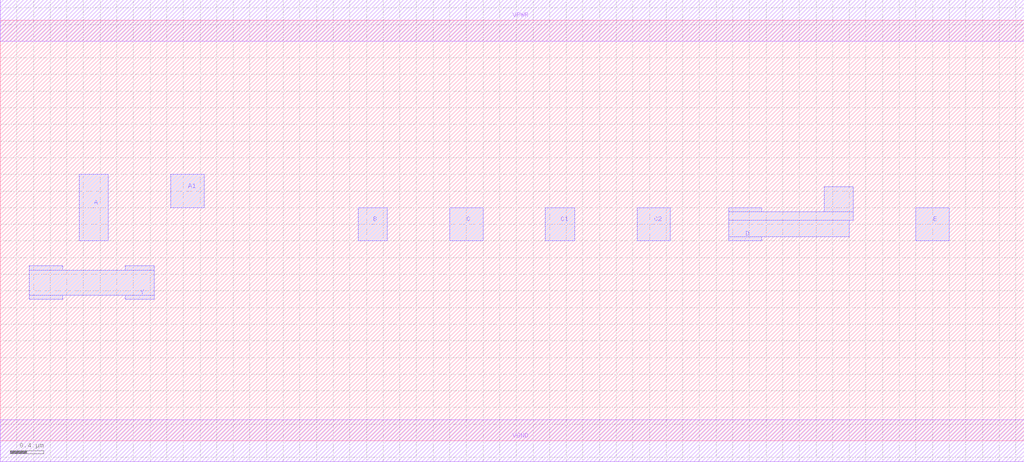
<source format=lef>
VERSION 5.7 ;
  NOWIREEXTENSIONATPIN ON ;
  DIVIDERCHAR "/" ;
  BUSBITCHARS "[]" ;
MACRO OAAOAOI21311
  CLASS CORE ;
  FOREIGN OAAOAOI21311 ;
  ORIGIN 0.000 0.000 ;
  SIZE 12.300 BY 5.050 ;
  SYMMETRY X Y R90 ;
  SITE unit ;
  PIN VPWR
    DIRECTION INOUT ;
    USE POWER ;
    SHAPE ABUTMENT ;
    PORT
      LAYER Metal1 ;
        RECT 0.000 4.800 12.300 5.300 ;
    END
  END VPWR
  PIN VGND
    DIRECTION INOUT ;
    USE GROUND ;
    SHAPE ABUTMENT ;
    PORT
      LAYER Metal1 ;
        RECT 0.000 -0.250 12.300 0.250 ;
    END
  END VGND
  PIN Y
    DIRECTION INOUT ;
    USE SIGNAL ;
    SHAPE ABUTMENT ;
    PORT
      LAYER Metal2 ;
        RECT 0.350 2.050 0.750 2.100 ;
        RECT 1.500 2.050 1.850 2.100 ;
        RECT 0.350 1.750 1.850 2.050 ;
        RECT 0.350 1.700 0.750 1.750 ;
        RECT 1.500 1.700 1.850 1.750 ;
    END
  END Y
  PIN B
    DIRECTION INOUT ;
    USE SIGNAL ;
    SHAPE ABUTMENT ;
    PORT
      LAYER Metal2 ;
        RECT 4.300 2.400 4.650 2.800 ;
    END
  END B
  PIN C1
    DIRECTION INOUT ;
    USE SIGNAL ;
    SHAPE ABUTMENT ;
    PORT
      LAYER Metal2 ;
        RECT 6.550 2.400 6.900 2.800 ;
    END
  END C1
  PIN D
    DIRECTION INOUT ;
    USE SIGNAL ;
    SHAPE ABUTMENT ;
    PORT
      LAYER Metal2 ;
        RECT 8.750 2.750 9.150 2.800 ;
        RECT 9.900 2.750 10.250 3.050 ;
        RECT 8.750 2.650 10.250 2.750 ;
        RECT 8.750 2.450 10.200 2.650 ;
        RECT 8.750 2.400 9.150 2.450 ;
    END
  END D
  PIN E
    DIRECTION INOUT ;
    USE SIGNAL ;
    SHAPE ABUTMENT ;
    PORT
      LAYER Metal2 ;
        RECT 11.000 2.400 11.400 2.800 ;
    END
  END E
  PIN A
    DIRECTION INOUT ;
    USE SIGNAL ;
    SHAPE ABUTMENT ;
    PORT
      LAYER Metal2 ;
        RECT 0.950 2.400 1.300 3.200 ;
    END
  END A
  PIN C2
    DIRECTION INOUT ;
    USE SIGNAL ;
    SHAPE ABUTMENT ;
    PORT
      LAYER Metal2 ;
        RECT 7.650 2.400 8.050 2.800 ;
    END
  END C2
  PIN C
    DIRECTION INOUT ;
    USE SIGNAL ;
    SHAPE ABUTMENT ;
    PORT
      LAYER Metal2 ;
        RECT 5.400 2.400 5.800 2.800 ;
    END
  END C
  PIN A1
    DIRECTION INOUT ;
    USE SIGNAL ;
    SHAPE ABUTMENT ;
    PORT
      LAYER Metal2 ;
        RECT 2.050 2.800 2.450 3.200 ;
    END
  END A1
END OAAOAOI21311
END LIBRARY


</source>
